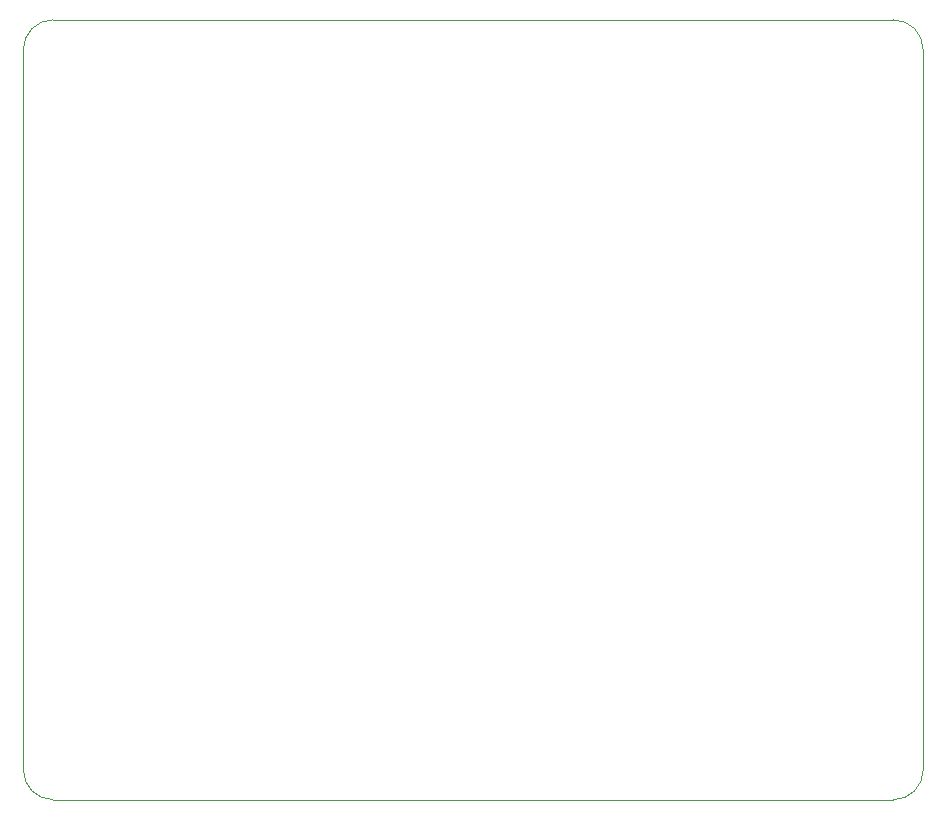
<source format=gbr>
G04 DipTrace 4.3.0.1*
G04 BoardOutline.gbr*
%MOIN*%
G04 #@! TF.FileFunction,Profile*
G04 #@! TF.Part,Single*
%ADD10C,0.004724*%
%FSLAX26Y26*%
G04*
G70*
G90*
G75*
G01*
G04 BoardOutline*
%LPD*%
X493700Y393700D2*
D10*
X3293700D1*
G03X3393700Y493700I2J99998D01*
G01*
Y2893700D1*
G03X3293700Y2993700I-99998J2D01*
G01*
X493700D1*
G03X393700Y2893700I-2J-99998D01*
G01*
Y493700D1*
G03X493700Y393700I99998J-2D01*
G01*
M02*

</source>
